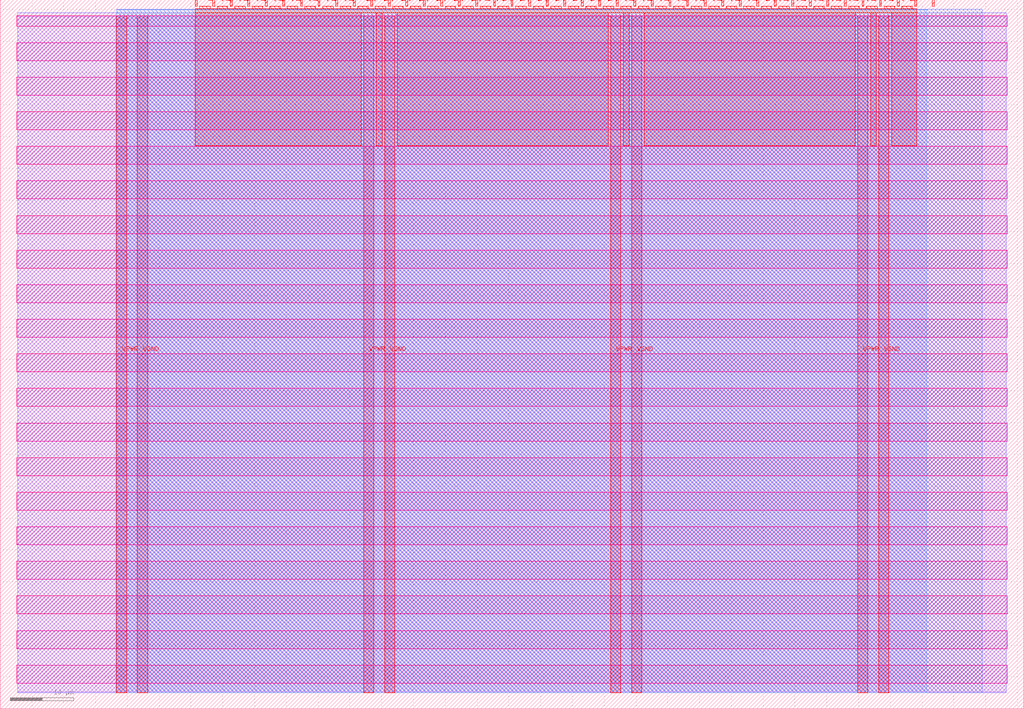
<source format=lef>
VERSION 5.7 ;
  NOWIREEXTENSIONATPIN ON ;
  DIVIDERCHAR "/" ;
  BUSBITCHARS "[]" ;
MACRO tt_um_Richard28277
  CLASS BLOCK ;
  FOREIGN tt_um_Richard28277 ;
  ORIGIN 0.000 0.000 ;
  SIZE 161.000 BY 111.520 ;
  PIN VGND
    DIRECTION INOUT ;
    USE GROUND ;
    PORT
      LAYER met4 ;
        RECT 21.580 2.480 23.180 109.040 ;
    END
    PORT
      LAYER met4 ;
        RECT 60.450 2.480 62.050 109.040 ;
    END
    PORT
      LAYER met4 ;
        RECT 99.320 2.480 100.920 109.040 ;
    END
    PORT
      LAYER met4 ;
        RECT 138.190 2.480 139.790 109.040 ;
    END
  END VGND
  PIN VPWR
    DIRECTION INOUT ;
    USE POWER ;
    PORT
      LAYER met4 ;
        RECT 18.280 2.480 19.880 109.040 ;
    END
    PORT
      LAYER met4 ;
        RECT 57.150 2.480 58.750 109.040 ;
    END
    PORT
      LAYER met4 ;
        RECT 96.020 2.480 97.620 109.040 ;
    END
    PORT
      LAYER met4 ;
        RECT 134.890 2.480 136.490 109.040 ;
    END
  END VPWR
  PIN clk
    DIRECTION INPUT ;
    USE SIGNAL ;
    ANTENNAGATEAREA 0.852000 ;
    PORT
      LAYER met4 ;
        RECT 143.830 110.520 144.130 111.520 ;
    END
  END clk
  PIN ena
    DIRECTION INPUT ;
    USE SIGNAL ;
    PORT
      LAYER met4 ;
        RECT 146.590 110.520 146.890 111.520 ;
    END
  END ena
  PIN rst_n
    DIRECTION INPUT ;
    USE SIGNAL ;
    ANTENNAGATEAREA 0.213000 ;
    PORT
      LAYER met4 ;
        RECT 141.070 110.520 141.370 111.520 ;
    END
  END rst_n
  PIN ui_in[0]
    DIRECTION INPUT ;
    USE SIGNAL ;
    ANTENNAGATEAREA 0.196500 ;
    PORT
      LAYER met4 ;
        RECT 138.310 110.520 138.610 111.520 ;
    END
  END ui_in[0]
  PIN ui_in[1]
    DIRECTION INPUT ;
    USE SIGNAL ;
    ANTENNAGATEAREA 0.213000 ;
    PORT
      LAYER met4 ;
        RECT 135.550 110.520 135.850 111.520 ;
    END
  END ui_in[1]
  PIN ui_in[2]
    DIRECTION INPUT ;
    USE SIGNAL ;
    ANTENNAGATEAREA 0.196500 ;
    PORT
      LAYER met4 ;
        RECT 132.790 110.520 133.090 111.520 ;
    END
  END ui_in[2]
  PIN ui_in[3]
    DIRECTION INPUT ;
    USE SIGNAL ;
    ANTENNAGATEAREA 0.196500 ;
    PORT
      LAYER met4 ;
        RECT 130.030 110.520 130.330 111.520 ;
    END
  END ui_in[3]
  PIN ui_in[4]
    DIRECTION INPUT ;
    USE SIGNAL ;
    ANTENNAGATEAREA 0.213000 ;
    PORT
      LAYER met4 ;
        RECT 127.270 110.520 127.570 111.520 ;
    END
  END ui_in[4]
  PIN ui_in[5]
    DIRECTION INPUT ;
    USE SIGNAL ;
    ANTENNAGATEAREA 0.213000 ;
    PORT
      LAYER met4 ;
        RECT 124.510 110.520 124.810 111.520 ;
    END
  END ui_in[5]
  PIN ui_in[6]
    DIRECTION INPUT ;
    USE SIGNAL ;
    ANTENNAGATEAREA 0.196500 ;
    PORT
      LAYER met4 ;
        RECT 121.750 110.520 122.050 111.520 ;
    END
  END ui_in[6]
  PIN ui_in[7]
    DIRECTION INPUT ;
    USE SIGNAL ;
    ANTENNAGATEAREA 0.196500 ;
    PORT
      LAYER met4 ;
        RECT 118.990 110.520 119.290 111.520 ;
    END
  END ui_in[7]
  PIN uio_in[0]
    DIRECTION INPUT ;
    USE SIGNAL ;
    ANTENNAGATEAREA 0.213000 ;
    PORT
      LAYER met4 ;
        RECT 116.230 110.520 116.530 111.520 ;
    END
  END uio_in[0]
  PIN uio_in[1]
    DIRECTION INPUT ;
    USE SIGNAL ;
    ANTENNAGATEAREA 0.126000 ;
    PORT
      LAYER met4 ;
        RECT 113.470 110.520 113.770 111.520 ;
    END
  END uio_in[1]
  PIN uio_in[2]
    DIRECTION INPUT ;
    USE SIGNAL ;
    ANTENNAGATEAREA 0.196500 ;
    PORT
      LAYER met4 ;
        RECT 110.710 110.520 111.010 111.520 ;
    END
  END uio_in[2]
  PIN uio_in[3]
    DIRECTION INPUT ;
    USE SIGNAL ;
    ANTENNAGATEAREA 0.196500 ;
    PORT
      LAYER met4 ;
        RECT 107.950 110.520 108.250 111.520 ;
    END
  END uio_in[3]
  PIN uio_in[4]
    DIRECTION INPUT ;
    USE SIGNAL ;
    PORT
      LAYER met4 ;
        RECT 105.190 110.520 105.490 111.520 ;
    END
  END uio_in[4]
  PIN uio_in[5]
    DIRECTION INPUT ;
    USE SIGNAL ;
    PORT
      LAYER met4 ;
        RECT 102.430 110.520 102.730 111.520 ;
    END
  END uio_in[5]
  PIN uio_in[6]
    DIRECTION INPUT ;
    USE SIGNAL ;
    PORT
      LAYER met4 ;
        RECT 99.670 110.520 99.970 111.520 ;
    END
  END uio_in[6]
  PIN uio_in[7]
    DIRECTION INPUT ;
    USE SIGNAL ;
    PORT
      LAYER met4 ;
        RECT 96.910 110.520 97.210 111.520 ;
    END
  END uio_in[7]
  PIN uio_oe[0]
    DIRECTION OUTPUT ;
    USE SIGNAL ;
    ANTENNADIFFAREA 0.445500 ;
    PORT
      LAYER met4 ;
        RECT 49.990 110.520 50.290 111.520 ;
    END
  END uio_oe[0]
  PIN uio_oe[1]
    DIRECTION OUTPUT ;
    USE SIGNAL ;
    ANTENNADIFFAREA 0.445500 ;
    PORT
      LAYER met4 ;
        RECT 47.230 110.520 47.530 111.520 ;
    END
  END uio_oe[1]
  PIN uio_oe[2]
    DIRECTION OUTPUT ;
    USE SIGNAL ;
    ANTENNADIFFAREA 0.445500 ;
    PORT
      LAYER met4 ;
        RECT 44.470 110.520 44.770 111.520 ;
    END
  END uio_oe[2]
  PIN uio_oe[3]
    DIRECTION OUTPUT ;
    USE SIGNAL ;
    ANTENNADIFFAREA 0.445500 ;
    PORT
      LAYER met4 ;
        RECT 41.710 110.520 42.010 111.520 ;
    END
  END uio_oe[3]
  PIN uio_oe[4]
    DIRECTION OUTPUT ;
    USE SIGNAL ;
    ANTENNADIFFAREA 0.445500 ;
    PORT
      LAYER met4 ;
        RECT 38.950 110.520 39.250 111.520 ;
    END
  END uio_oe[4]
  PIN uio_oe[5]
    DIRECTION OUTPUT ;
    USE SIGNAL ;
    ANTENNADIFFAREA 0.445500 ;
    PORT
      LAYER met4 ;
        RECT 36.190 110.520 36.490 111.520 ;
    END
  END uio_oe[5]
  PIN uio_oe[6]
    DIRECTION OUTPUT ;
    USE SIGNAL ;
    ANTENNADIFFAREA 0.445500 ;
    PORT
      LAYER met4 ;
        RECT 33.430 110.520 33.730 111.520 ;
    END
  END uio_oe[6]
  PIN uio_oe[7]
    DIRECTION OUTPUT ;
    USE SIGNAL ;
    ANTENNADIFFAREA 0.445500 ;
    PORT
      LAYER met4 ;
        RECT 30.670 110.520 30.970 111.520 ;
    END
  END uio_oe[7]
  PIN uio_out[0]
    DIRECTION OUTPUT ;
    USE SIGNAL ;
    ANTENNADIFFAREA 0.445500 ;
    PORT
      LAYER met4 ;
        RECT 72.070 110.520 72.370 111.520 ;
    END
  END uio_out[0]
  PIN uio_out[1]
    DIRECTION OUTPUT ;
    USE SIGNAL ;
    ANTENNADIFFAREA 0.445500 ;
    PORT
      LAYER met4 ;
        RECT 69.310 110.520 69.610 111.520 ;
    END
  END uio_out[1]
  PIN uio_out[2]
    DIRECTION OUTPUT ;
    USE SIGNAL ;
    ANTENNADIFFAREA 0.445500 ;
    PORT
      LAYER met4 ;
        RECT 66.550 110.520 66.850 111.520 ;
    END
  END uio_out[2]
  PIN uio_out[3]
    DIRECTION OUTPUT ;
    USE SIGNAL ;
    ANTENNADIFFAREA 0.445500 ;
    PORT
      LAYER met4 ;
        RECT 63.790 110.520 64.090 111.520 ;
    END
  END uio_out[3]
  PIN uio_out[4]
    DIRECTION OUTPUT ;
    USE SIGNAL ;
    ANTENNADIFFAREA 0.445500 ;
    PORT
      LAYER met4 ;
        RECT 61.030 110.520 61.330 111.520 ;
    END
  END uio_out[4]
  PIN uio_out[5]
    DIRECTION OUTPUT ;
    USE SIGNAL ;
    ANTENNADIFFAREA 0.445500 ;
    PORT
      LAYER met4 ;
        RECT 58.270 110.520 58.570 111.520 ;
    END
  END uio_out[5]
  PIN uio_out[6]
    DIRECTION OUTPUT ;
    USE SIGNAL ;
    ANTENNADIFFAREA 0.795200 ;
    PORT
      LAYER met4 ;
        RECT 55.510 110.520 55.810 111.520 ;
    END
  END uio_out[6]
  PIN uio_out[7]
    DIRECTION OUTPUT ;
    USE SIGNAL ;
    ANTENNADIFFAREA 0.445500 ;
    PORT
      LAYER met4 ;
        RECT 52.750 110.520 53.050 111.520 ;
    END
  END uio_out[7]
  PIN uo_out[0]
    DIRECTION OUTPUT ;
    USE SIGNAL ;
    ANTENNADIFFAREA 0.891000 ;
    PORT
      LAYER met4 ;
        RECT 94.150 110.520 94.450 111.520 ;
    END
  END uo_out[0]
  PIN uo_out[1]
    DIRECTION OUTPUT ;
    USE SIGNAL ;
    ANTENNADIFFAREA 0.891000 ;
    PORT
      LAYER met4 ;
        RECT 91.390 110.520 91.690 111.520 ;
    END
  END uo_out[1]
  PIN uo_out[2]
    DIRECTION OUTPUT ;
    USE SIGNAL ;
    ANTENNADIFFAREA 0.891000 ;
    PORT
      LAYER met4 ;
        RECT 88.630 110.520 88.930 111.520 ;
    END
  END uo_out[2]
  PIN uo_out[3]
    DIRECTION OUTPUT ;
    USE SIGNAL ;
    ANTENNADIFFAREA 0.891000 ;
    PORT
      LAYER met4 ;
        RECT 85.870 110.520 86.170 111.520 ;
    END
  END uo_out[3]
  PIN uo_out[4]
    DIRECTION OUTPUT ;
    USE SIGNAL ;
    ANTENNADIFFAREA 0.891000 ;
    PORT
      LAYER met4 ;
        RECT 83.110 110.520 83.410 111.520 ;
    END
  END uo_out[4]
  PIN uo_out[5]
    DIRECTION OUTPUT ;
    USE SIGNAL ;
    ANTENNADIFFAREA 0.891000 ;
    PORT
      LAYER met4 ;
        RECT 80.350 110.520 80.650 111.520 ;
    END
  END uo_out[5]
  PIN uo_out[6]
    DIRECTION OUTPUT ;
    USE SIGNAL ;
    ANTENNADIFFAREA 0.891000 ;
    PORT
      LAYER met4 ;
        RECT 77.590 110.520 77.890 111.520 ;
    END
  END uo_out[6]
  PIN uo_out[7]
    DIRECTION OUTPUT ;
    USE SIGNAL ;
    ANTENNADIFFAREA 0.891000 ;
    PORT
      LAYER met4 ;
        RECT 74.830 110.520 75.130 111.520 ;
    END
  END uo_out[7]
  OBS
      LAYER nwell ;
        RECT 2.570 107.385 158.430 108.990 ;
        RECT 2.570 101.945 158.430 104.775 ;
        RECT 2.570 96.505 158.430 99.335 ;
        RECT 2.570 91.065 158.430 93.895 ;
        RECT 2.570 85.625 158.430 88.455 ;
        RECT 2.570 80.185 158.430 83.015 ;
        RECT 2.570 74.745 158.430 77.575 ;
        RECT 2.570 69.305 158.430 72.135 ;
        RECT 2.570 63.865 158.430 66.695 ;
        RECT 2.570 58.425 158.430 61.255 ;
        RECT 2.570 52.985 158.430 55.815 ;
        RECT 2.570 47.545 158.430 50.375 ;
        RECT 2.570 42.105 158.430 44.935 ;
        RECT 2.570 36.665 158.430 39.495 ;
        RECT 2.570 31.225 158.430 34.055 ;
        RECT 2.570 25.785 158.430 28.615 ;
        RECT 2.570 20.345 158.430 23.175 ;
        RECT 2.570 14.905 158.430 17.735 ;
        RECT 2.570 9.465 158.430 12.295 ;
        RECT 2.570 4.025 158.430 6.855 ;
      LAYER li1 ;
        RECT 2.760 2.635 158.240 108.885 ;
      LAYER met1 ;
        RECT 2.760 2.480 158.240 109.440 ;
      LAYER met2 ;
        RECT 18.310 2.535 154.460 110.005 ;
      LAYER met3 ;
        RECT 18.290 2.555 145.755 109.985 ;
      LAYER met4 ;
        RECT 31.370 110.120 33.030 110.520 ;
        RECT 34.130 110.120 35.790 110.520 ;
        RECT 36.890 110.120 38.550 110.520 ;
        RECT 39.650 110.120 41.310 110.520 ;
        RECT 42.410 110.120 44.070 110.520 ;
        RECT 45.170 110.120 46.830 110.520 ;
        RECT 47.930 110.120 49.590 110.520 ;
        RECT 50.690 110.120 52.350 110.520 ;
        RECT 53.450 110.120 55.110 110.520 ;
        RECT 56.210 110.120 57.870 110.520 ;
        RECT 58.970 110.120 60.630 110.520 ;
        RECT 61.730 110.120 63.390 110.520 ;
        RECT 64.490 110.120 66.150 110.520 ;
        RECT 67.250 110.120 68.910 110.520 ;
        RECT 70.010 110.120 71.670 110.520 ;
        RECT 72.770 110.120 74.430 110.520 ;
        RECT 75.530 110.120 77.190 110.520 ;
        RECT 78.290 110.120 79.950 110.520 ;
        RECT 81.050 110.120 82.710 110.520 ;
        RECT 83.810 110.120 85.470 110.520 ;
        RECT 86.570 110.120 88.230 110.520 ;
        RECT 89.330 110.120 90.990 110.520 ;
        RECT 92.090 110.120 93.750 110.520 ;
        RECT 94.850 110.120 96.510 110.520 ;
        RECT 97.610 110.120 99.270 110.520 ;
        RECT 100.370 110.120 102.030 110.520 ;
        RECT 103.130 110.120 104.790 110.520 ;
        RECT 105.890 110.120 107.550 110.520 ;
        RECT 108.650 110.120 110.310 110.520 ;
        RECT 111.410 110.120 113.070 110.520 ;
        RECT 114.170 110.120 115.830 110.520 ;
        RECT 116.930 110.120 118.590 110.520 ;
        RECT 119.690 110.120 121.350 110.520 ;
        RECT 122.450 110.120 124.110 110.520 ;
        RECT 125.210 110.120 126.870 110.520 ;
        RECT 127.970 110.120 129.630 110.520 ;
        RECT 130.730 110.120 132.390 110.520 ;
        RECT 133.490 110.120 135.150 110.520 ;
        RECT 136.250 110.120 137.910 110.520 ;
        RECT 139.010 110.120 140.670 110.520 ;
        RECT 141.770 110.120 143.430 110.520 ;
        RECT 30.655 109.440 144.145 110.120 ;
        RECT 30.655 88.575 56.750 109.440 ;
        RECT 59.150 88.575 60.050 109.440 ;
        RECT 62.450 88.575 95.620 109.440 ;
        RECT 98.020 88.575 98.920 109.440 ;
        RECT 101.320 88.575 134.490 109.440 ;
        RECT 136.890 88.575 137.790 109.440 ;
        RECT 140.190 88.575 144.145 109.440 ;
  END
END tt_um_Richard28277
END LIBRARY


</source>
